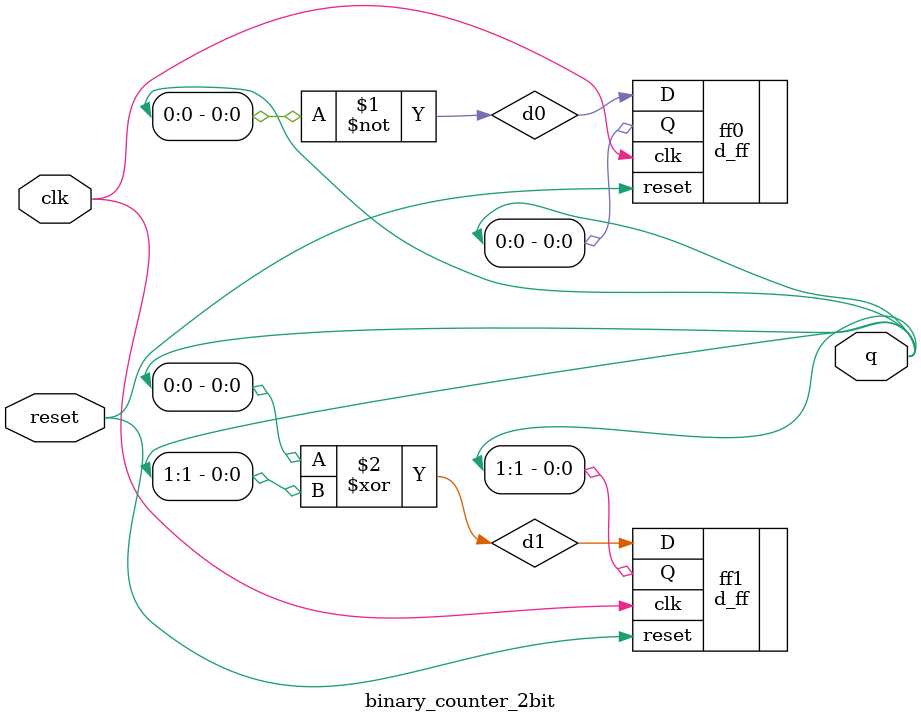
<source format=v>
module binary_counter_2bit (
    input wire clk,       // Sinal de clock
    input wire reset,     // Sinal de reset
    output wire [1:0] q   // Saída do contador de 2 bits
);
    wire d0, d1;           // Fios intermediários para as entradas dos flip-flops D

    // Instâncias dos flip-flops D
    d_ff ff0 (.clk(clk), .reset(reset), .D(d0), .Q(q[0]));   // Flip-flop D para o bit menos significativo
    d_ff ff1 (.clk(clk), .reset(reset), .D(d1), .Q(q[1]));   // Flip-flop D para o bit mais significativo

    // Lógica do contador (incremento)
    assign d0 = ~q[0];                 // Toggling FF0 (negação do bit atual)
    assign d1 = q[0] ^ q[1];           // Toggling FF1 (XOR entre os bits atuais)

endmodule

</source>
